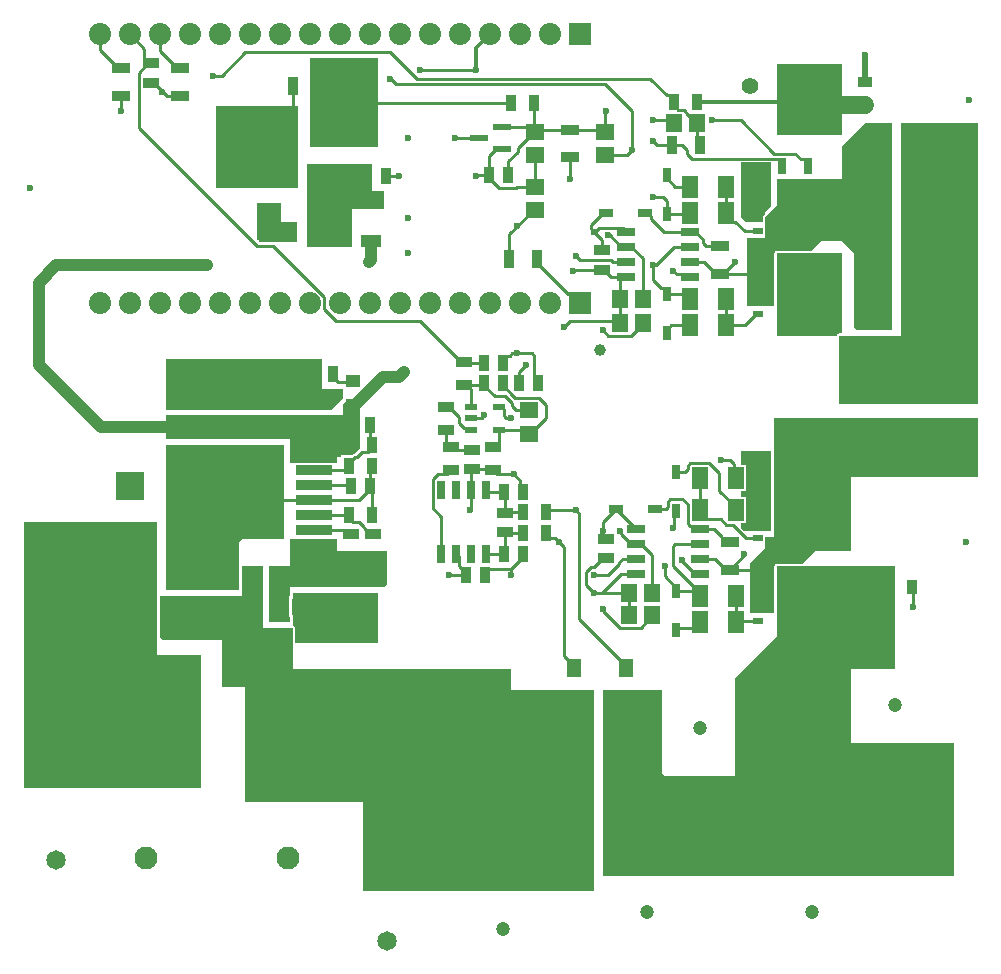
<source format=gtl>
G04*
G04 #@! TF.GenerationSoftware,Altium Limited,Altium Designer,20.1.12 (249)*
G04*
G04 Layer_Physical_Order=1*
G04 Layer_Color=255*
%FSLAX44Y44*%
%MOMM*%
G71*
G04*
G04 #@! TF.SameCoordinates,85B36F8B-E135-4E31-A215-2F58F684B550*
G04*
G04*
G04 #@! TF.FilePolarity,Positive*
G04*
G01*
G75*
%ADD14C,0.3000*%
%ADD19R,1.2000X1.6000*%
%ADD20R,1.2000X8.7000*%
%ADD21R,1.2500X0.7500*%
%ADD22R,0.9500X1.4500*%
%ADD23R,1.5562X0.9562*%
%ADD24R,1.3900X0.9600*%
%ADD25R,0.9562X1.5562*%
%ADD26R,8.5400X5.3500*%
%ADD27R,3.0600X0.8900*%
%ADD28R,2.8200X1.4300*%
%ADD29R,1.2000X1.1000*%
%ADD30R,1.4500X0.9500*%
%ADD31R,1.5500X1.3500*%
%ADD32R,1.7000X1.0000*%
%ADD33R,0.9600X1.3900*%
%ADD34R,3.3000X1.8000*%
%ADD35R,1.1000X0.6000*%
%ADD36R,1.7800X0.7100*%
%ADD37R,1.3000X3.4000*%
%ADD38R,0.6500X1.5250*%
%ADD39R,7.0000X7.0000*%
%ADD40R,2.5000X1.5000*%
%ADD41R,1.3500X1.5500*%
%ADD42R,0.7500X1.2500*%
%ADD43R,1.3561X1.8582*%
%ADD44R,1.5250X0.6500*%
%ADD45R,1.3000X0.9000*%
%ADD46R,0.7500X1.4500*%
%ADD47R,1.2500X3.5200*%
%ADD48R,0.9000X1.3000*%
%ADD49R,1.5000X0.6000*%
%ADD71R,0.8500X0.5000*%
%ADD94R,4.5500X4.4100*%
%ADD95C,0.2540*%
%ADD96C,0.5000*%
%ADD97C,1.0000*%
%ADD98C,1.5000*%
%ADD99C,1.8750*%
%ADD100R,1.8750X1.8750*%
%ADD101R,2.4000X2.4000*%
%ADD102C,2.4000*%
%ADD103R,1.2000X1.2000*%
%ADD104C,1.2000*%
G04:AMPARAMS|DCode=105|XSize=1.4mm|YSize=1.4mm|CornerRadius=0.35mm|HoleSize=0mm|Usage=FLASHONLY|Rotation=0.000|XOffset=0mm|YOffset=0mm|HoleType=Round|Shape=RoundedRectangle|*
%AMROUNDEDRECTD105*
21,1,1.4000,0.7000,0,0,0.0*
21,1,0.7000,1.4000,0,0,0.0*
1,1,0.7000,0.3500,-0.3500*
1,1,0.7000,-0.3500,-0.3500*
1,1,0.7000,-0.3500,0.3500*
1,1,0.7000,0.3500,0.3500*
%
%ADD105ROUNDEDRECTD105*%
%ADD106C,1.4000*%
%ADD107R,1.9500X1.9500*%
%ADD108C,1.9500*%
%ADD109C,1.6500*%
%ADD110R,1.2000X1.2000*%
%ADD111C,0.6000*%
%ADD112C,1.0000*%
G36*
X312500Y692500D02*
X255000D01*
Y767500D01*
X312500D01*
Y692500D01*
D02*
G37*
G36*
X230000Y622500D02*
X211270Y613135D01*
X210000Y613920D01*
Y645000D01*
X230000D01*
Y622500D01*
D02*
G37*
G36*
X307500Y655000D02*
X317500D01*
Y640000D01*
X290000D01*
Y607500D01*
X252500D01*
Y677500D01*
X307500D01*
Y655000D01*
D02*
G37*
G36*
X265000Y487500D02*
X282500D01*
Y480000D01*
X272500Y470000D01*
X132500D01*
Y512500D01*
X265000D01*
Y487500D01*
D02*
G37*
G36*
X297500Y437500D02*
X292756Y432756D01*
X291772Y432560D01*
X290690Y431838D01*
X290103Y431250D01*
X281318D01*
Y430000D01*
X277500D01*
Y425000D01*
X237500D01*
Y445000D01*
X132500D01*
Y465000D01*
X282500D01*
Y475000D01*
X285000Y477500D01*
X297500D01*
Y437500D01*
D02*
G37*
G36*
X232500Y360000D02*
X197500D01*
X195000Y357500D01*
Y317500D01*
X132500D01*
Y440000D01*
X232500D01*
Y360000D01*
D02*
G37*
G36*
X277500Y350000D02*
X320000D01*
Y322500D01*
X317500Y320000D01*
X237500D01*
Y312250D01*
X236717D01*
Y293950D01*
X237500D01*
Y290000D01*
X220000D01*
Y337500D01*
X237500D01*
Y360000D01*
X277500D01*
Y350000D01*
D02*
G37*
G36*
X312500Y272500D02*
X242039D01*
Y285000D01*
X241884Y285780D01*
X241442Y286442D01*
X240780Y286884D01*
X240000Y287039D01*
Y315000D01*
X312500D01*
Y272500D01*
D02*
G37*
G36*
X125000Y262500D02*
X162500D01*
Y150000D01*
X12500D01*
Y375000D01*
X125000D01*
Y262500D01*
D02*
G37*
G36*
X215000Y285000D02*
X240000D01*
Y250000D01*
X425000D01*
Y232500D01*
X495000D01*
Y62500D01*
X300000D01*
Y137500D01*
X200000D01*
Y235000D01*
X180000D01*
Y275000D01*
X130000Y275000D01*
X127500Y277500D01*
Y312500D01*
X197500D01*
Y337500D01*
X215000D01*
Y285000D01*
D02*
G37*
G36*
X705000Y702500D02*
X650000D01*
Y762500D01*
X705000D01*
Y702500D01*
D02*
G37*
G36*
X645000Y642500D02*
X640000Y637500D01*
Y635384D01*
X638808Y634192D01*
X638366Y633530D01*
X638211Y632750D01*
Y630072D01*
X638116Y629930D01*
X637961Y629150D01*
Y628610D01*
X623890D01*
X620000Y632500D01*
Y680000D01*
X645000Y680000D01*
Y642500D01*
D02*
G37*
G36*
X747500Y537500D02*
X717500D01*
X715000Y540000D01*
Y602500D01*
X705000Y612500D01*
X687500D01*
X679539Y604539D01*
X650000D01*
X649220Y604384D01*
X648558Y603942D01*
X648116Y603280D01*
X647961Y602500D01*
Y597500D01*
X647500D01*
Y557500D01*
X625000D01*
Y615000D01*
X640000D01*
Y616450D01*
X640250D01*
Y625450D01*
X640000D01*
Y629150D01*
X640250D01*
Y632750D01*
X650000Y642500D01*
Y665000D01*
X705000D01*
Y692500D01*
X725000Y712500D01*
X747500D01*
Y537500D01*
D02*
G37*
G36*
X705000Y534539D02*
X702500D01*
X701720Y534384D01*
X701058Y533942D01*
X700616Y533280D01*
X700461Y532500D01*
X650000D01*
Y602500D01*
X705000D01*
Y534539D01*
D02*
G37*
G36*
X820000Y475000D02*
X702500D01*
Y532500D01*
X755000D01*
Y712500D01*
X820000D01*
Y475000D01*
D02*
G37*
G36*
X645000Y367500D02*
X622152Y367500D01*
X620000Y369652D01*
Y373709D01*
X624041D01*
Y396291D01*
X620000D01*
Y400709D01*
X624041D01*
Y423291D01*
X620000D01*
Y435000D01*
X645000Y435000D01*
X645000Y367500D01*
D02*
G37*
G36*
X820000Y412500D02*
X712500D01*
Y350000D01*
X682500D01*
X672039Y339539D01*
X650000D01*
X649220Y339384D01*
X648558Y338942D01*
X648116Y338280D01*
X647961Y337500D01*
Y335000D01*
X647500D01*
Y297500D01*
X627500D01*
Y340000D01*
X640000Y352500D01*
Y356450D01*
X640250D01*
Y362500D01*
X647500D01*
Y462500D01*
X820000D01*
Y412500D01*
D02*
G37*
G36*
X750000Y250000D02*
X712500D01*
Y225000D01*
Y187500D01*
X800000D01*
Y75000D01*
X502500D01*
Y232500D01*
X552500D01*
Y162500D01*
X555000Y160000D01*
X615000D01*
Y225000D01*
Y242500D01*
X650000Y277500D01*
Y337500D01*
X750000D01*
Y250000D01*
D02*
G37*
D14*
X582250Y730000D02*
X652500D01*
X660000Y722500D01*
X395000Y776200D02*
X406800Y788000D01*
X395000Y757500D02*
Y776200D01*
D19*
X478000Y251250D02*
D03*
X522000D02*
D03*
D20*
Y188750D02*
D03*
X478000D02*
D03*
D21*
X505166Y636676D02*
D03*
X538166D02*
D03*
X513500Y386000D02*
D03*
X546500D02*
D03*
D22*
X444750Y729542D02*
D03*
X425250D02*
D03*
X274568Y500000D02*
D03*
X255068D02*
D03*
X307568Y381000D02*
D03*
X288067D02*
D03*
X435250Y383500D02*
D03*
X454750D02*
D03*
X435250Y365500D02*
D03*
X454750D02*
D03*
X307568Y422000D02*
D03*
X288067D02*
D03*
X307568Y440000D02*
D03*
X288067D02*
D03*
X562750Y730000D02*
D03*
X582250D02*
D03*
D23*
X94926Y758876D02*
D03*
Y735377D02*
D03*
X474616Y706969D02*
D03*
Y683469D02*
D03*
X145073Y758876D02*
D03*
Y735377D02*
D03*
X601666Y608427D02*
D03*
Y584926D02*
D03*
X610000Y357750D02*
D03*
Y334250D02*
D03*
D24*
X120000Y763100D02*
D03*
Y746900D02*
D03*
X392000Y419400D02*
D03*
Y435600D02*
D03*
X420000Y382600D02*
D03*
Y366400D02*
D03*
X501666Y604776D02*
D03*
Y588576D02*
D03*
X505000Y360100D02*
D03*
Y343900D02*
D03*
D25*
X240750Y744340D02*
D03*
X264250D02*
D03*
X446750Y597500D02*
D03*
X423250D02*
D03*
X584587Y694000D02*
D03*
X561087D02*
D03*
D26*
X184767Y393000D02*
D03*
D27*
X257817Y431100D02*
D03*
Y418400D02*
D03*
Y405700D02*
D03*
Y393000D02*
D03*
Y380300D02*
D03*
Y367600D02*
D03*
Y354900D02*
D03*
D28*
X150000Y455100D02*
D03*
Y480900D02*
D03*
X182000Y455100D02*
D03*
Y480900D02*
D03*
X213500Y455100D02*
D03*
Y480900D02*
D03*
X147000Y303100D02*
D03*
Y328900D02*
D03*
X178818Y303100D02*
D03*
Y328900D02*
D03*
X252817D02*
D03*
Y303100D02*
D03*
X284100Y328900D02*
D03*
Y303100D02*
D03*
X245000Y455100D02*
D03*
Y480900D02*
D03*
D29*
X290818Y473500D02*
D03*
Y494500D02*
D03*
D30*
X385000Y510250D02*
D03*
Y490750D02*
D03*
X289818Y364750D02*
D03*
Y345250D02*
D03*
X307817Y364750D02*
D03*
Y345250D02*
D03*
X370000Y472250D02*
D03*
Y452750D02*
D03*
X374000Y438250D02*
D03*
Y418750D02*
D03*
X410000Y438250D02*
D03*
Y418750D02*
D03*
D31*
X440443Y449707D02*
D03*
Y469207D02*
D03*
X445042Y639207D02*
D03*
Y658708D02*
D03*
Y685250D02*
D03*
Y704750D02*
D03*
X504190Y685250D02*
D03*
Y704750D02*
D03*
D32*
X306766Y612993D02*
D03*
Y647992D02*
D03*
D33*
X302656Y667992D02*
D03*
X318856D02*
D03*
X418100Y509500D02*
D03*
X401900D02*
D03*
Y492500D02*
D03*
X418100D02*
D03*
X435100Y400500D02*
D03*
X418900D02*
D03*
X403100Y329500D02*
D03*
X386900D02*
D03*
X435100Y347500D02*
D03*
X418900D02*
D03*
X448100Y492500D02*
D03*
X431900D02*
D03*
X305917Y405000D02*
D03*
X289718D02*
D03*
X305917Y456500D02*
D03*
X289718D02*
D03*
X406500Y668207D02*
D03*
X422700D02*
D03*
D34*
X271814Y620691D02*
D03*
X227814D02*
D03*
D35*
X415000Y472000D02*
D03*
Y453000D02*
D03*
X391000D02*
D03*
Y462500D02*
D03*
Y472000D02*
D03*
D36*
X271817Y482400D02*
D03*
Y451600D02*
D03*
D37*
X205317Y315000D02*
D03*
X226318D02*
D03*
D38*
X404050Y402120D02*
D03*
X391350D02*
D03*
X378650D02*
D03*
X365950D02*
D03*
Y347880D02*
D03*
X378650D02*
D03*
X391350D02*
D03*
X404050D02*
D03*
D39*
X210000Y692000D02*
D03*
D40*
X272500Y715000D02*
D03*
Y669000D02*
D03*
D41*
X562750Y712390D02*
D03*
X582250D02*
D03*
X516916Y563676D02*
D03*
X536416D02*
D03*
X516916Y543676D02*
D03*
X536416D02*
D03*
X525250Y296000D02*
D03*
X544750D02*
D03*
X525250Y315000D02*
D03*
X544750D02*
D03*
D42*
X556666Y668176D02*
D03*
Y635177D02*
D03*
Y535177D02*
D03*
Y568176D02*
D03*
X565000Y283500D02*
D03*
Y316500D02*
D03*
Y417500D02*
D03*
Y384500D02*
D03*
D43*
X576405Y658677D02*
D03*
X606927D02*
D03*
X576405Y636676D02*
D03*
X606927D02*
D03*
X576405Y563676D02*
D03*
X606927D02*
D03*
X576405Y541676D02*
D03*
X606927D02*
D03*
X615261Y412000D02*
D03*
X584739D02*
D03*
X615261Y385000D02*
D03*
X584739D02*
D03*
Y312500D02*
D03*
X615261D02*
D03*
X584739Y290000D02*
D03*
X615261D02*
D03*
D44*
X522546Y620726D02*
D03*
Y608026D02*
D03*
Y595326D02*
D03*
Y582626D02*
D03*
X576786D02*
D03*
Y595326D02*
D03*
Y608026D02*
D03*
Y620726D02*
D03*
X530880Y369050D02*
D03*
Y356350D02*
D03*
Y343650D02*
D03*
Y330950D02*
D03*
X585120D02*
D03*
Y343650D02*
D03*
Y356350D02*
D03*
Y369050D02*
D03*
D45*
X725000Y728000D02*
D03*
Y747000D02*
D03*
D46*
X654000Y676243D02*
D03*
X676000D02*
D03*
D47*
X732700Y682500D02*
D03*
X772300D02*
D03*
X732700Y642500D02*
D03*
X772300D02*
D03*
X732700Y602500D02*
D03*
X772300D02*
D03*
X732700Y562500D02*
D03*
X772300D02*
D03*
D48*
X745500Y320000D02*
D03*
X764500D02*
D03*
D49*
X398000Y700000D02*
D03*
X417000Y709500D02*
D03*
Y690500D02*
D03*
D71*
X634000Y290950D02*
D03*
Y303650D02*
D03*
Y316350D02*
D03*
Y329050D02*
D03*
Y550950D02*
D03*
Y563650D02*
D03*
Y576350D02*
D03*
Y589050D02*
D03*
Y360950D02*
D03*
Y373650D02*
D03*
Y386350D02*
D03*
Y399050D02*
D03*
Y620950D02*
D03*
Y633650D02*
D03*
Y646350D02*
D03*
Y659050D02*
D03*
D94*
X673500Y310000D02*
D03*
Y570000D02*
D03*
Y380000D02*
D03*
Y640000D02*
D03*
D95*
X482500Y292750D02*
X522000Y253250D01*
X482500Y292750D02*
Y382012D01*
X522000Y251250D02*
Y253250D01*
X619448Y715000D02*
X647686Y686762D01*
X595000Y715000D02*
X619448D01*
X665480Y686762D02*
X670346Y681897D01*
X676000Y676243D02*
Y679417D01*
X647686Y686762D02*
X665480D01*
X673520Y681897D02*
X676000Y679417D01*
X670346Y681897D02*
X673520D01*
X507499Y617499D02*
X508699D01*
X547500Y592500D02*
X563027Y608026D01*
X545000Y579843D02*
X551686Y573156D01*
X545000Y592500D02*
X547500D01*
X545000Y579843D02*
Y592500D01*
X563027Y608026D02*
X576786D01*
X545000Y650000D02*
X553639D01*
X557083Y646556D01*
Y635593D02*
Y646556D01*
X614740Y595000D02*
X615000D01*
X604666Y584926D02*
X614740Y595000D01*
X610000Y334250D02*
X622500Y346750D01*
Y347500D01*
X555000Y329000D02*
X565000Y319000D01*
X555000Y329000D02*
Y337500D01*
X508699Y617499D02*
X518171Y608026D01*
X519504Y623769D02*
X522546Y620726D01*
X499487Y623769D02*
X519504D01*
X495718Y620000D02*
X499487Y623769D01*
X419230Y464206D02*
X420936Y462500D01*
X425000D01*
X419230Y464206D02*
Y470270D01*
X424930Y330070D02*
X425000Y330000D01*
X424930Y330070D02*
Y335180D01*
X623987Y360950D02*
X634000D01*
X612498Y372439D02*
X623987Y360950D01*
X607126Y372439D02*
X612498D01*
X602586Y376979D02*
X607126Y372439D01*
X590249Y376979D02*
X602586D01*
X584739Y382489D02*
X590249Y376979D01*
X584739Y382489D02*
Y385000D01*
X592874Y424561D02*
X601312Y416123D01*
X576604Y424561D02*
X592874D01*
X574582Y422539D02*
X576604Y424561D01*
X574582Y419522D02*
Y422539D01*
X601312Y401459D02*
Y416123D01*
Y401459D02*
X615261Y387511D01*
X572560Y417500D02*
X574582Y419522D01*
X615261Y385000D02*
Y387511D01*
X565000Y417500D02*
X572560D01*
X584739Y385000D02*
Y412000D01*
X574435Y373065D02*
Y389690D01*
X583140Y371030D02*
X585120Y369050D01*
X576470Y371030D02*
X583140D01*
X574435Y373065D02*
X576470Y371030D01*
X633730Y329050D02*
X634000D01*
X632500Y330280D02*
X633730Y329050D01*
X632500Y330280D02*
Y332500D01*
X610000Y334250D02*
X630750D01*
X632500Y332500D01*
X604666Y584926D02*
X629926D01*
X601666D02*
X604666D01*
X548500Y694000D02*
X561087D01*
X545000Y697500D02*
X548500Y694000D01*
X560140Y715000D02*
X562750Y712390D01*
X545000Y715000D02*
X560140D01*
X395707Y668207D02*
X406500D01*
X395000Y667500D02*
X395707Y668207D01*
X764500Y320000D02*
X765000Y319500D01*
Y302500D02*
Y319500D01*
X462227Y361285D02*
X465506Y358006D01*
X469641Y261609D02*
Y353871D01*
X466012Y357500D02*
X469641Y353871D01*
X454750Y383500D02*
X456250Y385000D01*
X480000D01*
X481012Y383500D02*
X482500Y382012D01*
X437150Y453000D02*
X438796Y451354D01*
X443089D01*
X455000Y463265D01*
X448774Y480000D02*
X455000Y473774D01*
Y463265D02*
Y473774D01*
X418100Y490350D02*
Y492500D01*
Y490350D02*
X423830Y484620D01*
Y484196D02*
Y484620D01*
Y484196D02*
X428026Y480000D01*
X448774D01*
X556666Y635177D02*
X557083Y635593D01*
X554116Y620726D02*
X576786D01*
X538166Y636676D02*
X540666D01*
X543146Y634196D01*
Y631697D02*
X554116Y620726D01*
X543146Y631697D02*
Y634196D01*
X574806Y584607D02*
X576786Y582626D01*
X565393Y584607D02*
X574806D01*
X562500Y587500D02*
X565393Y584607D01*
X556666Y568176D02*
Y570676D01*
X554186Y573156D02*
X556666Y570676D01*
X551686Y573156D02*
X554186D01*
X495000Y620000D02*
X501666Y613334D01*
X606927Y634166D02*
Y636676D01*
Y634166D02*
X612437Y628655D01*
X614948D01*
X622654Y620950D01*
X634000D01*
X606927Y636676D02*
Y658677D01*
X563666D02*
X576405D01*
X556666Y665676D02*
X563666Y658677D01*
X556666Y665676D02*
Y668176D01*
Y635177D02*
X574906D01*
X576405Y636676D01*
X590075Y608427D02*
X601666D01*
X587681Y610820D02*
X590075Y608427D01*
X587681Y610820D02*
Y614206D01*
X581161Y620726D02*
X587681Y614206D01*
X576786Y620726D02*
X581161D01*
X632250Y589050D02*
X634000D01*
X631020Y587820D02*
X632250Y589050D01*
X631020Y586020D02*
Y587820D01*
X629926Y584926D02*
X631020Y586020D01*
X576786Y595326D02*
X588266D01*
X598666Y584926D01*
X601666D01*
X556666Y568176D02*
X571906D01*
X576405Y563676D01*
X560666Y541676D02*
X576405D01*
X556666Y537676D02*
X560666Y541676D01*
X556666Y535177D02*
Y537676D01*
X606927Y541676D02*
Y563676D01*
X632250Y550950D02*
X634000D01*
X622976Y541676D02*
X632250Y550950D01*
X606927Y541676D02*
X622976D01*
X475000Y545000D02*
X515593D01*
X470000Y540000D02*
X475000Y545000D01*
X515593D02*
X516916Y543676D01*
X502500Y537500D02*
X507343Y532657D01*
X526396D01*
X536416Y542677D02*
Y543676D01*
X526396Y532657D02*
X536416Y542677D01*
Y563676D02*
Y598531D01*
X526921Y608026D02*
X536416Y598531D01*
X522546Y608026D02*
X526921D01*
X172500Y752500D02*
X180000D01*
X200000Y772500D01*
X322500D01*
X345000Y750000D01*
X542750D01*
X347500Y757500D02*
X395000D01*
X559270Y735980D02*
X562750Y732500D01*
X327621Y745460D02*
X504540D01*
X527500Y722500D01*
X542750Y750000D02*
X556770Y735980D01*
X323111Y749970D02*
X327621Y745460D01*
X556770Y735980D02*
X559270D01*
X562750Y730000D02*
Y732500D01*
X322500Y749970D02*
X323111D01*
X516916Y543676D02*
Y563676D01*
X477500Y587500D02*
X478577Y588576D01*
X501666D01*
X509766Y582626D02*
X518896D01*
X501666Y588576D02*
X503816D01*
X509766Y582626D01*
X516916Y563676D02*
Y580646D01*
X518896Y582626D01*
X527500Y690000D02*
Y722500D01*
X504190Y721690D02*
X505000Y722500D01*
X504190Y704750D02*
Y721690D01*
X94926Y722574D02*
Y735377D01*
Y722574D02*
X95000Y722500D01*
X133483Y735377D02*
X145073D01*
X125680Y743179D02*
X133483Y735377D01*
X125680Y743179D02*
Y743370D01*
X122150Y746900D02*
X125680Y743370D01*
X120000Y746900D02*
X122150D01*
X240750Y725750D02*
Y744340D01*
X232500Y717500D02*
X240750Y725750D01*
X565000Y316500D02*
Y319000D01*
X602500Y427500D02*
X610000D01*
X613887Y413374D02*
X615261Y412000D01*
X613887Y413374D02*
Y423613D01*
X610000Y427500D02*
X613887Y423613D01*
X562500Y370000D02*
X563162Y370662D01*
Y382662D01*
X559896Y394020D02*
X570104D01*
X557980Y387488D02*
Y392104D01*
X556492Y386000D02*
X557980Y387488D01*
X546500Y386000D02*
X556492D01*
X557980Y392104D02*
X559896Y394020D01*
X570104D02*
X574435Y389690D01*
X563162Y382662D02*
X565000Y384500D01*
X562500Y354862D02*
X563988Y356350D01*
X585120D01*
X562500Y337250D02*
Y354862D01*
X580745Y330950D02*
X585120D01*
X570000Y341695D02*
X580745Y330950D01*
X570000Y341695D02*
Y342500D01*
X562500Y337250D02*
X584739Y315011D01*
X585120Y343650D02*
X597600D01*
X607000Y334250D01*
X610000D01*
X585120Y369050D02*
X596555D01*
X603489Y362116D01*
Y361261D02*
Y362116D01*
Y361261D02*
X607000Y357750D01*
X610000D01*
X584739Y312500D02*
Y315011D01*
X615261Y290000D02*
X616211Y290950D01*
X634000D01*
X615261Y290000D02*
Y312500D01*
X584739Y290701D02*
Y292511D01*
Y290000D02*
Y290701D01*
X588575Y294537D01*
X579229Y285191D02*
X584739Y290701D01*
Y292511D02*
X588575Y296347D01*
Y294537D02*
Y296347D01*
X566690Y285191D02*
X579229D01*
X565000Y283500D02*
X566690Y285191D01*
X565000Y316500D02*
X580739D01*
X584739Y312500D01*
X502500Y301063D02*
Y302500D01*
Y299625D02*
Y301063D01*
X544750Y295000D02*
Y296000D01*
X534730Y284980D02*
X544750Y295000D01*
X517146Y284980D02*
X534730D01*
X502500Y299625D02*
X517146Y284980D01*
X544750Y315000D02*
Y346855D01*
X535255Y356350D02*
X544750Y346855D01*
X530880Y356350D02*
X535255D01*
X502850Y343900D02*
X505000D01*
X495434Y336483D02*
X502850Y343900D01*
X492616Y336483D02*
X495434D01*
X488730Y332597D02*
X492616Y336483D01*
X488730Y321270D02*
Y332597D01*
Y321270D02*
X495000Y315000D01*
X507475Y330000D02*
X516375Y338900D01*
X495000Y330000D02*
X507475D01*
X501787Y315000D02*
X525250D01*
X495000D02*
X501787D01*
X525250Y296000D02*
Y315000D01*
X517738Y330950D02*
X530880D01*
X501787Y315000D02*
X517738Y330950D01*
X413480Y415270D02*
X427230D01*
X432728Y402872D02*
X435100Y400500D01*
X432728Y402872D02*
Y409772D01*
X427230Y415270D02*
X432728Y409772D01*
X426100Y517500D02*
X442500D01*
X444570Y496030D02*
Y515430D01*
X442500Y517500D02*
X444570Y515430D01*
Y496030D02*
X448100Y492500D01*
X431900Y501900D02*
X437500Y507500D01*
X418100Y509500D02*
Y511650D01*
X421630Y515180D01*
X423780D01*
X426100Y517500D01*
X373000Y329500D02*
X386900D01*
X372500Y330000D02*
X373000Y329500D01*
X502515Y362585D02*
X505000Y360100D01*
X502515Y362585D02*
Y367197D01*
X519445Y343650D02*
X530880D01*
X516375Y340580D02*
X519445Y343650D01*
X516375Y338900D02*
Y340580D01*
X530005Y369050D02*
X530880D01*
X528255Y370800D02*
X530005Y369050D01*
X528255Y370800D02*
Y371245D01*
X513500Y386000D02*
X528255Y371245D01*
X518162Y364693D02*
X526505Y356350D01*
X517500Y367500D02*
X518162Y366838D01*
Y364693D02*
Y366838D01*
X502500Y375000D02*
X513500Y386000D01*
X502500Y367197D02*
Y375000D01*
X526505Y356350D02*
X530880D01*
X390000Y385000D02*
X391350Y386350D01*
X423250Y618415D02*
X444043Y639207D01*
X474616Y665384D02*
Y683469D01*
Y665384D02*
X475000Y665000D01*
X377500Y700000D02*
X398000D01*
X511291Y595326D02*
X522546D01*
X509911Y596707D02*
X511291Y595326D01*
X483293Y596707D02*
X509911D01*
X480000Y600000D02*
X483293Y596707D01*
X518171Y608026D02*
X522546D01*
X495000Y620000D02*
X495718D01*
X492500Y622500D02*
X495000Y620000D01*
X492500Y622500D02*
Y626510D01*
X305936Y732500D02*
X308894Y729542D01*
X305000Y732500D02*
X305936D01*
X318856Y667992D02*
X329507D01*
X330000Y667500D01*
X423250Y597500D02*
Y618415D01*
X444043Y639207D02*
X445042D01*
X308894Y729542D02*
X425250D01*
X501666Y604776D02*
Y613334D01*
X502666Y636676D02*
X505166D01*
X492500Y626510D02*
X502666Y636676D01*
X307568Y381000D02*
Y401200D01*
X305917Y402850D02*
X307568Y401200D01*
X305917Y405000D02*
Y420350D01*
X307568Y422000D01*
X257817Y393000D02*
X296068D01*
X305917Y402850D01*
Y405000D01*
X228000Y393000D02*
X257817D01*
X227500Y392500D02*
X228000Y393000D01*
X278568Y493500D02*
X290818D01*
X274568Y497500D02*
X278568Y493500D01*
X274568Y497500D02*
Y500000D01*
X305917Y441650D02*
Y456000D01*
Y441650D02*
X307568Y440000D01*
X288067Y422000D02*
Y424500D01*
X293048Y429480D01*
X294468D01*
X299007Y434020D01*
X304088D01*
X307568Y437500D01*
Y440000D01*
X257817Y418400D02*
X284587D01*
X288067Y421880D01*
Y422000D01*
X257817Y405700D02*
X289018D01*
X289718Y405000D01*
X257817Y380300D02*
X258517Y381000D01*
X288067D01*
X305317Y364750D02*
X307817D01*
X300338Y369730D02*
X305317Y364750D01*
X300338Y369730D02*
Y370854D01*
X296172Y375020D02*
X300338Y370854D01*
X291548Y375020D02*
X296172D01*
X288067Y378500D02*
X291548Y375020D01*
X288067Y378500D02*
Y381000D01*
X257817Y367600D02*
X286968D01*
X289818Y364750D01*
X391350Y386350D02*
Y402120D01*
X109780Y708601D02*
X209959Y608421D01*
X267045Y554872D02*
X276917Y545000D01*
X109780Y708601D02*
Y755030D01*
X267045Y554872D02*
Y565238D01*
X109780Y755030D02*
X117850Y763100D01*
X223861Y608421D02*
X267045Y565238D01*
X117850Y763100D02*
X120000D01*
X209959Y608421D02*
X223861D01*
X382500Y510250D02*
X385000D01*
X347750Y545000D02*
X382500Y510250D01*
X276917Y545000D02*
X347750D01*
X385750Y509500D02*
X401900D01*
X385000Y510250D02*
X385750Y509500D01*
X391000Y462500D02*
X400000D01*
X402500Y465000D01*
X374000Y438250D02*
X376650Y435600D01*
X392000D01*
X370000Y441730D02*
Y452750D01*
Y441730D02*
X373480Y438250D01*
X374000D01*
X389270Y454730D02*
X391000Y453000D01*
X384882Y454730D02*
X389270D01*
X381060Y458552D02*
X384882Y454730D01*
X381060Y458552D02*
Y463690D01*
X372500Y472250D02*
X381060Y463690D01*
X370000Y472250D02*
X372500D01*
X431900Y492500D02*
Y501900D01*
X415000Y472000D02*
X417500D01*
X419230Y470270D01*
X401900Y490350D02*
Y492500D01*
X425480Y472610D02*
Y475408D01*
X401900Y490350D02*
X411136Y481114D01*
X425480Y472610D02*
X428882Y469207D01*
X419774Y481114D02*
X425480Y475408D01*
X428882Y469207D02*
X440443D01*
X411136Y481114D02*
X419774D01*
X387500Y490750D02*
X400150D01*
X385000D02*
X387500D01*
X400150D02*
X401900Y492500D01*
X391000Y472000D02*
Y487250D01*
X387500Y490750D02*
X391000Y487250D01*
X415000Y453000D02*
X437150D01*
X410000Y438250D02*
X411520D01*
X415000Y441730D01*
Y453000D01*
X365950Y347880D02*
Y379249D01*
X358890Y386309D02*
X365950Y379249D01*
X358890Y386309D02*
Y411323D01*
X362837Y415270D01*
X370520D01*
X374000Y418750D01*
X435100Y345350D02*
Y347500D01*
X424930Y335180D02*
X435100Y345350D01*
X406630Y335180D02*
X424930D01*
X403100Y331650D02*
X406630Y335180D01*
X403100Y329500D02*
Y331650D01*
X410000Y418750D02*
X413480Y415270D01*
X409350Y419400D02*
X410000Y418750D01*
X392000Y419400D02*
X409350D01*
X391350Y402120D02*
Y418750D01*
X392000Y419400D01*
X386900Y329500D02*
Y331650D01*
X380630Y337920D02*
X386900Y331650D01*
X380630Y337920D02*
Y345900D01*
X378650Y347880D02*
X380630Y345900D01*
X404430Y347500D02*
X418900D01*
X404050Y347880D02*
X404430Y347500D01*
X420000Y348600D02*
Y366400D01*
X418900Y347500D02*
X420000Y348600D01*
X420900Y365500D02*
X435250D01*
X420000Y366400D02*
X420900Y365500D01*
X405670Y400500D02*
X418900D01*
X404050Y402120D02*
X405670Y400500D01*
X420000Y382600D02*
Y399400D01*
X418900Y400500D02*
X420000Y399400D01*
X420900Y383500D02*
X435250D01*
X420000Y382600D02*
X420900Y383500D01*
X454750Y364765D02*
Y365500D01*
Y364765D02*
X458230Y361285D01*
X462227D01*
X478000Y251250D02*
Y253250D01*
X469641Y261609D02*
X478000Y253250D01*
X446750Y594500D02*
Y597500D01*
Y594500D02*
X473145Y568105D01*
X474895D01*
X483000Y560000D01*
X406500Y666058D02*
Y668207D01*
Y666058D02*
X415110Y657448D01*
X429078D01*
X430338Y658708D01*
X445042D01*
X440293Y701000D02*
Y709500D01*
X422700Y668207D02*
Y680312D01*
X430631Y688243D01*
Y691339D01*
X440293Y701000D01*
X439793Y690500D02*
X445042Y685250D01*
X412500Y690500D02*
X417000D01*
X406500Y668207D02*
Y684500D01*
X412500Y690500D01*
X445042Y658708D02*
Y685250D01*
Y704750D02*
X447262Y706969D01*
X417000Y709500D02*
X440293D01*
X444750Y705043D01*
X504190Y685250D02*
X522750D01*
X527500Y690000D01*
X474616Y706969D02*
X501971D01*
X504190Y704750D01*
X447262Y706969D02*
X474616D01*
X444750Y705043D02*
Y729542D01*
Y705043D02*
X445042Y704750D01*
X654000Y676243D02*
Y679743D01*
X651520Y682223D02*
X654000Y679743D01*
X578414Y682223D02*
X651520D01*
X574046Y686591D02*
X578414Y682223D01*
X574046Y686591D02*
Y689632D01*
X569678Y694000D02*
X574046Y689632D01*
X561087Y694000D02*
X569678D01*
X582250Y696337D02*
Y712390D01*
Y696337D02*
X584587Y694000D01*
X562750Y727500D02*
X566230Y724020D01*
X571008D02*
X573500Y721528D01*
X576770Y718870D02*
X582250Y713390D01*
X575992Y718870D02*
X576770D01*
X573500Y721362D02*
X575992Y718870D01*
X566230Y724020D02*
X571008D01*
X582250Y712390D02*
Y713390D01*
X573500Y721362D02*
Y721528D01*
X562750Y727500D02*
Y730000D01*
X127400Y773550D02*
Y788000D01*
Y773550D02*
X142073Y758876D01*
X145073D01*
X102000Y788000D02*
X114320Y775680D01*
Y766630D02*
Y775680D01*
Y766630D02*
X117850Y763100D01*
X76600Y774203D02*
Y788000D01*
Y774203D02*
X91926Y758876D01*
X94926D01*
D96*
X725000Y747000D02*
Y770000D01*
D97*
X330000Y497500D02*
X334598Y502098D01*
X306766Y596766D02*
Y612993D01*
X305000Y595000D02*
X306766Y596766D01*
X25000Y507500D02*
Y577500D01*
X77400Y455100D02*
X152817D01*
X25000Y507500D02*
X77400Y455100D01*
X40000Y592500D02*
X167500D01*
X25000Y577500D02*
X40000Y592500D01*
X290818Y472500D02*
X291318D01*
X316318Y497500D01*
X330000D01*
D98*
X693446Y728000D02*
X725000D01*
X677661Y743785D02*
X693446Y728000D01*
D99*
X76600Y788000D02*
D03*
X102000D02*
D03*
X127400D02*
D03*
X152800D02*
D03*
X178200D02*
D03*
X203600D02*
D03*
X229000D02*
D03*
X254400D02*
D03*
X279800D02*
D03*
X305200D02*
D03*
X330600D02*
D03*
X356000D02*
D03*
X381400D02*
D03*
X406800D02*
D03*
X432200D02*
D03*
X457600D02*
D03*
X76600Y560000D02*
D03*
X102000D02*
D03*
X127400D02*
D03*
X152800D02*
D03*
X178200D02*
D03*
X203600D02*
D03*
X229000D02*
D03*
X254400D02*
D03*
X279800D02*
D03*
X305200D02*
D03*
X330600D02*
D03*
X356000D02*
D03*
X381400D02*
D03*
X406800D02*
D03*
X432200D02*
D03*
X457600D02*
D03*
D100*
X483000Y788000D02*
D03*
Y560000D02*
D03*
D101*
X723043Y444600D02*
D03*
X102500Y405400D02*
D03*
D102*
X723043Y495400D02*
D03*
X102500Y354600D02*
D03*
D103*
X635000Y200000D02*
D03*
D104*
X585000D02*
D03*
X680000Y45000D02*
D03*
X540000D02*
D03*
X418000Y30000D02*
D03*
X750000Y220000D02*
D03*
D105*
X677661Y743785D02*
D03*
D106*
X627661D02*
D03*
D107*
X116000Y190000D02*
D03*
D108*
Y90000D02*
D03*
X236000D02*
D03*
Y190000D02*
D03*
D109*
X40000Y239042D02*
D03*
Y89043D02*
D03*
X320000Y170000D02*
D03*
Y20000D02*
D03*
D110*
X680000Y95000D02*
D03*
X540000D02*
D03*
X418000Y80000D02*
D03*
X750000Y170000D02*
D03*
D111*
X810000Y357500D02*
D03*
X812500Y732500D02*
D03*
X17500Y657500D02*
D03*
X337500Y602500D02*
D03*
Y632500D02*
D03*
Y700000D02*
D03*
X507499Y617499D02*
D03*
X545000Y592500D02*
D03*
Y650000D02*
D03*
X466012Y357500D02*
D03*
X615000Y595000D02*
D03*
X622500Y347500D02*
D03*
X555000Y337500D02*
D03*
X425000Y462500D02*
D03*
Y330000D02*
D03*
X640000Y427500D02*
D03*
X630000D02*
D03*
X545000Y697500D02*
D03*
Y715000D02*
D03*
X395000Y667500D02*
D03*
X765000Y302500D02*
D03*
X480000Y385000D02*
D03*
X725000Y770000D02*
D03*
X562500Y587500D02*
D03*
X502500Y537500D02*
D03*
X227500Y640000D02*
D03*
X215000D02*
D03*
X172500Y752500D02*
D03*
X347500Y757500D02*
D03*
X395000D02*
D03*
X470000Y540000D02*
D03*
X477500Y587500D02*
D03*
X305000Y743700D02*
D03*
X322500Y749970D02*
D03*
X505000Y722500D02*
D03*
X95000D02*
D03*
X129581Y739278D02*
D03*
X222500Y677500D02*
D03*
X200000D02*
D03*
X222500Y705000D02*
D03*
X200000D02*
D03*
X232500Y667500D02*
D03*
X210000D02*
D03*
X190000D02*
D03*
X232500Y690000D02*
D03*
X210000D02*
D03*
X190000D02*
D03*
X232500Y717500D02*
D03*
X210000D02*
D03*
X190000D02*
D03*
X260000Y647500D02*
D03*
X307500Y277500D02*
D03*
X295000D02*
D03*
X280000D02*
D03*
X265000D02*
D03*
X250000D02*
D03*
X307500Y295000D02*
D03*
Y310000D02*
D03*
X602500Y427500D02*
D03*
X562500Y370000D02*
D03*
X570000Y342500D02*
D03*
X502500Y301063D02*
D03*
X495000Y330000D02*
D03*
Y315000D02*
D03*
X427230Y415270D02*
D03*
X430000Y517500D02*
D03*
X437500Y507500D02*
D03*
X372750Y329750D02*
D03*
X502515Y367197D02*
D03*
X517500Y367500D02*
D03*
X390000Y385000D02*
D03*
X430000Y625000D02*
D03*
X475000Y665000D02*
D03*
X377500Y700000D02*
D03*
X480000Y600000D02*
D03*
X495000Y620000D02*
D03*
X305000Y757500D02*
D03*
Y732500D02*
D03*
X330000Y667500D02*
D03*
X292500Y760000D02*
D03*
X277500D02*
D03*
X260000D02*
D03*
X305000Y700000D02*
D03*
Y710000D02*
D03*
Y720000D02*
D03*
X245000Y505000D02*
D03*
X230000D02*
D03*
X212500D02*
D03*
X195000D02*
D03*
X177500D02*
D03*
X160000D02*
D03*
X145000D02*
D03*
X402500Y465000D02*
D03*
X527500Y690000D02*
D03*
X595000Y715000D02*
D03*
X640000Y669433D02*
D03*
X627500Y372500D02*
D03*
X640000Y412500D02*
D03*
X630000D02*
D03*
X622500Y637500D02*
D03*
Y652500D02*
D03*
X627500Y675000D02*
D03*
X742500Y332500D02*
D03*
X732500D02*
D03*
X720000D02*
D03*
X707500D02*
D03*
X742500Y282500D02*
D03*
X732500D02*
D03*
X720000D02*
D03*
X710000D02*
D03*
X692500Y755000D02*
D03*
X660000D02*
D03*
X692500Y722500D02*
D03*
X675000D02*
D03*
X660000D02*
D03*
X672500Y222500D02*
D03*
Y235000D02*
D03*
Y247500D02*
D03*
X702500Y585000D02*
D03*
Y570000D02*
D03*
Y555000D02*
D03*
X655000Y537500D02*
D03*
X670000D02*
D03*
X685000D02*
D03*
X700000Y540000D02*
D03*
X697500Y600000D02*
D03*
X184767Y387000D02*
D03*
X148767Y411000D02*
D03*
X160767D02*
D03*
X172768D02*
D03*
X184767D02*
D03*
X196768D02*
D03*
X208768D02*
D03*
X220767D02*
D03*
X148767Y399000D02*
D03*
X160767D02*
D03*
X172768D02*
D03*
X184767D02*
D03*
X196768D02*
D03*
X208768D02*
D03*
X220767D02*
D03*
X148767Y387000D02*
D03*
X160767D02*
D03*
X172768D02*
D03*
X196768D02*
D03*
X208768D02*
D03*
X220767D02*
D03*
X148767Y375000D02*
D03*
X160767D02*
D03*
X172768D02*
D03*
X184767D02*
D03*
X196768D02*
D03*
X208768D02*
D03*
X220767D02*
D03*
X655000Y328000D02*
D03*
Y310000D02*
D03*
Y292000D02*
D03*
X664000D02*
D03*
X673000D02*
D03*
X682000D02*
D03*
Y301000D02*
D03*
X673000D02*
D03*
X664000D02*
D03*
Y310000D02*
D03*
X673000D02*
D03*
X682000D02*
D03*
Y319000D02*
D03*
X673000D02*
D03*
X664000D02*
D03*
Y328000D02*
D03*
X673000D02*
D03*
X682000D02*
D03*
X655000Y319000D02*
D03*
Y301000D02*
D03*
Y588000D02*
D03*
Y570000D02*
D03*
Y552000D02*
D03*
X664000D02*
D03*
X673000D02*
D03*
X682000D02*
D03*
Y561000D02*
D03*
X673000D02*
D03*
X664000D02*
D03*
Y570000D02*
D03*
X673000D02*
D03*
X682000D02*
D03*
Y579000D02*
D03*
X673000D02*
D03*
X664000D02*
D03*
Y588000D02*
D03*
X673000D02*
D03*
X682000D02*
D03*
X655000Y579000D02*
D03*
Y561000D02*
D03*
Y398000D02*
D03*
Y380000D02*
D03*
Y362000D02*
D03*
X664000D02*
D03*
X673000D02*
D03*
X682000D02*
D03*
Y371000D02*
D03*
X673000D02*
D03*
X664000D02*
D03*
Y380000D02*
D03*
X673000D02*
D03*
X682000D02*
D03*
Y389000D02*
D03*
X673000D02*
D03*
X664000D02*
D03*
Y398000D02*
D03*
X673000D02*
D03*
X682000D02*
D03*
X655000Y389000D02*
D03*
Y371000D02*
D03*
Y658000D02*
D03*
Y640000D02*
D03*
Y622000D02*
D03*
X664000D02*
D03*
X673000D02*
D03*
X682000D02*
D03*
Y631000D02*
D03*
X673000D02*
D03*
X664000D02*
D03*
Y640000D02*
D03*
X673000D02*
D03*
X682000D02*
D03*
Y649000D02*
D03*
X673000D02*
D03*
X664000D02*
D03*
Y658000D02*
D03*
X673000D02*
D03*
X682000D02*
D03*
X655000Y649000D02*
D03*
Y631000D02*
D03*
D112*
X334598Y502098D02*
D03*
X305000Y595000D02*
D03*
X167500Y592500D02*
D03*
X500000Y520000D02*
D03*
M02*

</source>
